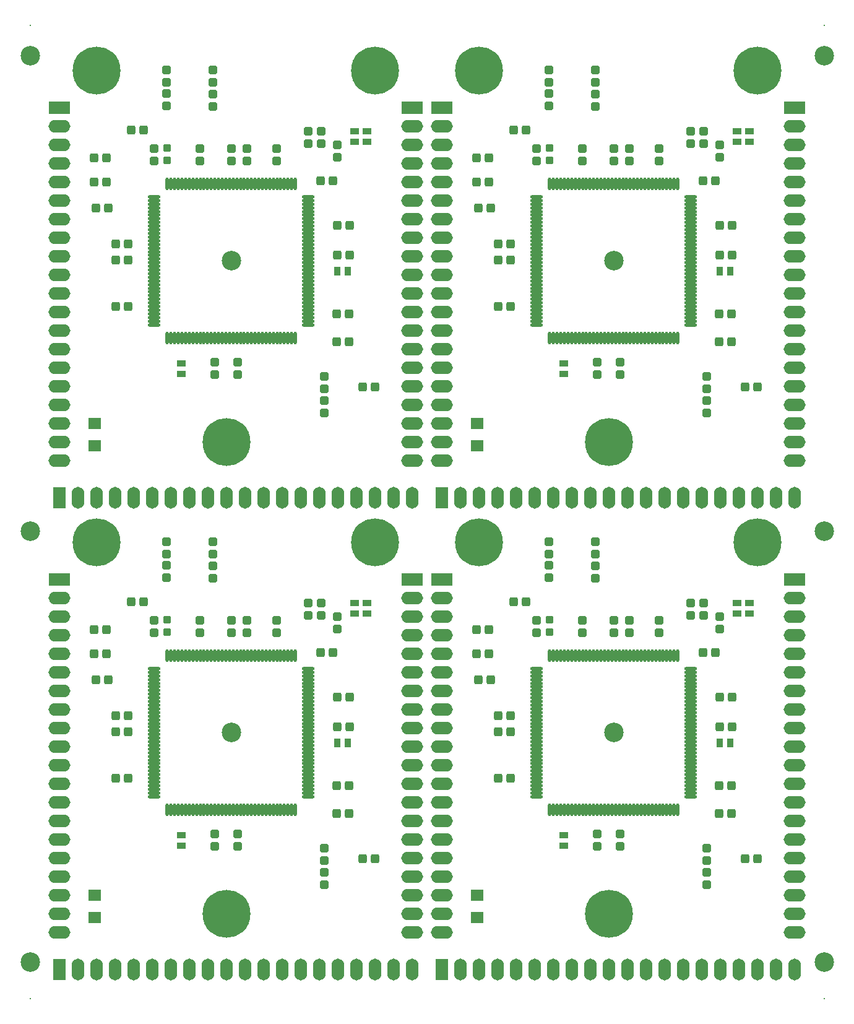
<source format=gts>
G04*
G04 #@! TF.GenerationSoftware,Altium Limited,Altium Designer,18.1.9 (240)*
G04*
G04 Layer_Color=8388736*
%FSLAX25Y25*%
%MOIN*%
G70*
G01*
G75*
%ADD47R,0.07087X0.06299*%
%ADD48C,0.10512*%
%ADD49R,0.04540X0.03753*%
%ADD50R,0.03753X0.04540*%
G04:AMPARAMS|DCode=51|XSize=47.37mil|YSize=43.43mil|CornerRadius=8.43mil|HoleSize=0mil|Usage=FLASHONLY|Rotation=270.000|XOffset=0mil|YOffset=0mil|HoleType=Round|Shape=RoundedRectangle|*
%AMROUNDEDRECTD51*
21,1,0.04737,0.02657,0,0,270.0*
21,1,0.03051,0.04343,0,0,270.0*
1,1,0.01686,-0.01329,-0.01526*
1,1,0.01686,-0.01329,0.01526*
1,1,0.01686,0.01329,0.01526*
1,1,0.01686,0.01329,-0.01526*
%
%ADD51ROUNDEDRECTD51*%
G04:AMPARAMS|DCode=52|XSize=39.5mil|YSize=39.5mil|CornerRadius=7.94mil|HoleSize=0mil|Usage=FLASHONLY|Rotation=270.000|XOffset=0mil|YOffset=0mil|HoleType=Round|Shape=RoundedRectangle|*
%AMROUNDEDRECTD52*
21,1,0.03950,0.02362,0,0,270.0*
21,1,0.02362,0.03950,0,0,270.0*
1,1,0.01587,-0.01181,-0.01181*
1,1,0.01587,-0.01181,0.01181*
1,1,0.01587,0.01181,0.01181*
1,1,0.01587,0.01181,-0.01181*
%
%ADD52ROUNDEDRECTD52*%
%ADD53R,0.03300X0.05800*%
G04:AMPARAMS|DCode=54|XSize=47.37mil|YSize=43.43mil|CornerRadius=8.43mil|HoleSize=0mil|Usage=FLASHONLY|Rotation=0.000|XOffset=0mil|YOffset=0mil|HoleType=Round|Shape=RoundedRectangle|*
%AMROUNDEDRECTD54*
21,1,0.04737,0.02657,0,0,0.0*
21,1,0.03051,0.04343,0,0,0.0*
1,1,0.01686,0.01526,-0.01329*
1,1,0.01686,-0.01526,-0.01329*
1,1,0.01686,-0.01526,0.01329*
1,1,0.01686,0.01526,0.01329*
%
%ADD54ROUNDEDRECTD54*%
%ADD55O,0.06902X0.01784*%
%ADD56O,0.01784X0.06902*%
%ADD57C,0.00800*%
%ADD58C,0.25800*%
%ADD59R,0.11800X0.06800*%
%ADD60O,0.11800X0.06800*%
%ADD61R,0.06800X0.11800*%
%ADD62O,0.06800X0.11800*%
D47*
X45937Y66937D02*
D03*
X45815Y54937D02*
D03*
X251937Y66937D02*
D03*
X251815Y54937D02*
D03*
X45937Y320937D02*
D03*
X45815Y308937D02*
D03*
X251937Y320937D02*
D03*
X251815Y308937D02*
D03*
D48*
X11063Y30748D02*
D03*
X438811D02*
D03*
Y263032D02*
D03*
X11063D02*
D03*
X438811Y518937D02*
D03*
X11063D02*
D03*
X119437Y154437D02*
D03*
X325437D02*
D03*
X119437Y408437D02*
D03*
X325437D02*
D03*
D49*
X92437Y99193D02*
D03*
Y93681D02*
D03*
X185937Y218681D02*
D03*
Y224193D02*
D03*
X192437Y218681D02*
D03*
Y224193D02*
D03*
X298437Y99193D02*
D03*
Y93681D02*
D03*
X391937Y218681D02*
D03*
Y224193D02*
D03*
X398437Y218681D02*
D03*
Y224193D02*
D03*
X92437Y353193D02*
D03*
Y347681D02*
D03*
X185937Y472681D02*
D03*
Y478193D02*
D03*
X192437Y472681D02*
D03*
Y478193D02*
D03*
X298437Y353193D02*
D03*
Y347681D02*
D03*
X391937Y472681D02*
D03*
Y478193D02*
D03*
X398437Y472681D02*
D03*
Y478193D02*
D03*
D50*
X176681Y148937D02*
D03*
X182193D02*
D03*
X382681D02*
D03*
X388193D02*
D03*
X176681Y402937D02*
D03*
X182193D02*
D03*
X382681D02*
D03*
X388193D02*
D03*
D51*
X65591Y224937D02*
D03*
X72284D02*
D03*
X45591Y209937D02*
D03*
X52284D02*
D03*
X45591Y196937D02*
D03*
X52284D02*
D03*
X167591Y197437D02*
D03*
X174284D02*
D03*
X176091Y110937D02*
D03*
X182783D02*
D03*
X46591Y182937D02*
D03*
X53284D02*
D03*
X196783Y86437D02*
D03*
X190091D02*
D03*
X183283Y173437D02*
D03*
X176591D02*
D03*
X57091Y163437D02*
D03*
X63784D02*
D03*
X57091Y154937D02*
D03*
X63784D02*
D03*
X57091Y129937D02*
D03*
X63784D02*
D03*
X182783Y125937D02*
D03*
X176091D02*
D03*
X183283Y157437D02*
D03*
X176591D02*
D03*
X271590Y224937D02*
D03*
X278284D02*
D03*
X251590Y209937D02*
D03*
X258283D02*
D03*
X251590Y196937D02*
D03*
X258283D02*
D03*
X373590Y197437D02*
D03*
X380283D02*
D03*
X382090Y110937D02*
D03*
X388784D02*
D03*
X252590Y182937D02*
D03*
X259283D02*
D03*
X402783Y86437D02*
D03*
X396091D02*
D03*
X389283Y173437D02*
D03*
X382591D02*
D03*
X263090Y163437D02*
D03*
X269783D02*
D03*
X263090Y154937D02*
D03*
X269783D02*
D03*
X263090Y129937D02*
D03*
X269783D02*
D03*
X388784Y125937D02*
D03*
X382091D02*
D03*
X389283Y157437D02*
D03*
X382591D02*
D03*
X65591Y478937D02*
D03*
X72284D02*
D03*
X45591Y463937D02*
D03*
X52284D02*
D03*
X45591Y450937D02*
D03*
X52284D02*
D03*
X167591Y451437D02*
D03*
X174284D02*
D03*
X176091Y364937D02*
D03*
X182783D02*
D03*
X46591Y436937D02*
D03*
X53284D02*
D03*
X196783Y340437D02*
D03*
X190091D02*
D03*
X183283Y427437D02*
D03*
X176591D02*
D03*
X57091Y417437D02*
D03*
X63784D02*
D03*
X57091Y408937D02*
D03*
X63784D02*
D03*
X57091Y383937D02*
D03*
X63784D02*
D03*
X182783Y379937D02*
D03*
X176091D02*
D03*
X183283Y411437D02*
D03*
X176591D02*
D03*
X271590Y478937D02*
D03*
X278284D02*
D03*
X251590Y463937D02*
D03*
X258283D02*
D03*
X251590Y450937D02*
D03*
X258283D02*
D03*
X373590Y451437D02*
D03*
X380283D02*
D03*
X382090Y364937D02*
D03*
X388784D02*
D03*
X252590Y436937D02*
D03*
X259283D02*
D03*
X402783Y340437D02*
D03*
X396091D02*
D03*
X389283Y427437D02*
D03*
X382591D02*
D03*
X263090Y417437D02*
D03*
X269783D02*
D03*
X263090Y408937D02*
D03*
X269783D02*
D03*
X263090Y383937D02*
D03*
X269783D02*
D03*
X388784Y379937D02*
D03*
X382091D02*
D03*
X389283Y411437D02*
D03*
X382591D02*
D03*
D52*
X84937Y208591D02*
D03*
Y215283D02*
D03*
X290937Y208591D02*
D03*
Y215283D02*
D03*
X84937Y462591D02*
D03*
Y469283D02*
D03*
X290937Y462591D02*
D03*
Y469283D02*
D03*
D53*
X47559Y66937D02*
D03*
X44315D02*
D03*
X47437Y54937D02*
D03*
X44194D02*
D03*
X253559Y66937D02*
D03*
X250315D02*
D03*
X253437Y54937D02*
D03*
X250194D02*
D03*
X47559Y320937D02*
D03*
X44315D02*
D03*
X47437Y308937D02*
D03*
X44194D02*
D03*
X253559Y320937D02*
D03*
X250315D02*
D03*
X253437Y308937D02*
D03*
X250194D02*
D03*
D54*
X109437Y250590D02*
D03*
Y257283D02*
D03*
X84437Y250590D02*
D03*
Y257283D02*
D03*
X109437Y237591D02*
D03*
Y244284D02*
D03*
X84437Y237744D02*
D03*
Y244437D02*
D03*
X169437Y92283D02*
D03*
Y85591D02*
D03*
Y79283D02*
D03*
Y72591D02*
D03*
X77937Y208090D02*
D03*
Y214784D02*
D03*
X176437Y216783D02*
D03*
Y210091D02*
D03*
X160937Y224284D02*
D03*
Y217591D02*
D03*
X167937Y224284D02*
D03*
Y217591D02*
D03*
X127937Y214784D02*
D03*
Y208091D02*
D03*
X122937Y93090D02*
D03*
Y99783D02*
D03*
X110437Y93090D02*
D03*
Y99783D02*
D03*
X143937Y214784D02*
D03*
Y208091D02*
D03*
X119437Y214784D02*
D03*
Y208091D02*
D03*
X102437Y214784D02*
D03*
Y208091D02*
D03*
X315437Y250590D02*
D03*
Y257283D02*
D03*
X290437Y250590D02*
D03*
Y257283D02*
D03*
X315437Y237591D02*
D03*
Y244284D02*
D03*
X290437Y237744D02*
D03*
Y244437D02*
D03*
X375437Y92283D02*
D03*
Y85591D02*
D03*
Y79283D02*
D03*
Y72591D02*
D03*
X283937Y208090D02*
D03*
Y214784D02*
D03*
X382437Y216783D02*
D03*
Y210091D02*
D03*
X366937Y224284D02*
D03*
Y217591D02*
D03*
X373937Y224284D02*
D03*
Y217591D02*
D03*
X333937Y214784D02*
D03*
Y208091D02*
D03*
X328937Y93090D02*
D03*
Y99783D02*
D03*
X316437Y93090D02*
D03*
Y99783D02*
D03*
X349937Y214784D02*
D03*
Y208091D02*
D03*
X325437Y214784D02*
D03*
Y208091D02*
D03*
X308437Y214784D02*
D03*
Y208091D02*
D03*
X109437Y504591D02*
D03*
Y511283D02*
D03*
X84437Y504591D02*
D03*
Y511283D02*
D03*
X109437Y491590D02*
D03*
Y498283D02*
D03*
X84437Y491744D02*
D03*
Y498437D02*
D03*
X169437Y346284D02*
D03*
Y339591D02*
D03*
Y333283D02*
D03*
Y326591D02*
D03*
X77937Y462090D02*
D03*
Y468784D02*
D03*
X176437Y470784D02*
D03*
Y464091D02*
D03*
X160937Y478284D02*
D03*
Y471591D02*
D03*
X167937Y478284D02*
D03*
Y471591D02*
D03*
X127937Y468784D02*
D03*
Y462091D02*
D03*
X122937Y347091D02*
D03*
Y353783D02*
D03*
X110437Y347091D02*
D03*
Y353783D02*
D03*
X143937Y468784D02*
D03*
Y462091D02*
D03*
X119437Y468784D02*
D03*
Y462091D02*
D03*
X102437Y468784D02*
D03*
Y462091D02*
D03*
X315437Y504591D02*
D03*
Y511283D02*
D03*
X290437Y504591D02*
D03*
Y511283D02*
D03*
X315437Y491590D02*
D03*
Y498283D02*
D03*
X290437Y491744D02*
D03*
Y498437D02*
D03*
X375437Y346284D02*
D03*
Y339591D02*
D03*
Y333283D02*
D03*
Y326591D02*
D03*
X283937Y462090D02*
D03*
Y468784D02*
D03*
X382437Y470784D02*
D03*
Y464091D02*
D03*
X366937Y478284D02*
D03*
Y471591D02*
D03*
X373937Y478284D02*
D03*
Y471591D02*
D03*
X333937Y468784D02*
D03*
Y462091D02*
D03*
X328937Y347091D02*
D03*
Y353783D02*
D03*
X316437Y347091D02*
D03*
Y353783D02*
D03*
X349937Y468784D02*
D03*
Y462091D02*
D03*
X325437Y468784D02*
D03*
Y462091D02*
D03*
X308437Y468784D02*
D03*
Y462091D02*
D03*
D55*
X160874Y119988D02*
D03*
Y121957D02*
D03*
Y123925D02*
D03*
Y125894D02*
D03*
Y127862D02*
D03*
Y129831D02*
D03*
Y131799D02*
D03*
Y133768D02*
D03*
Y135736D02*
D03*
Y137705D02*
D03*
Y139673D02*
D03*
Y141642D02*
D03*
Y143610D02*
D03*
Y145579D02*
D03*
Y147547D02*
D03*
Y149516D02*
D03*
Y151484D02*
D03*
Y153453D02*
D03*
Y155421D02*
D03*
Y157390D02*
D03*
Y159358D02*
D03*
Y161327D02*
D03*
Y163295D02*
D03*
Y165264D02*
D03*
Y167232D02*
D03*
Y169201D02*
D03*
Y171169D02*
D03*
Y173138D02*
D03*
Y175106D02*
D03*
Y177075D02*
D03*
Y179043D02*
D03*
Y181012D02*
D03*
Y182980D02*
D03*
Y184949D02*
D03*
Y186917D02*
D03*
Y188886D02*
D03*
X78000D02*
D03*
Y186917D02*
D03*
Y184949D02*
D03*
Y182980D02*
D03*
Y181012D02*
D03*
Y179043D02*
D03*
Y177075D02*
D03*
Y175106D02*
D03*
Y173138D02*
D03*
Y171169D02*
D03*
Y169201D02*
D03*
Y167232D02*
D03*
Y165264D02*
D03*
Y163295D02*
D03*
Y161327D02*
D03*
Y159358D02*
D03*
Y157390D02*
D03*
Y155421D02*
D03*
Y153453D02*
D03*
Y151484D02*
D03*
Y149516D02*
D03*
Y147547D02*
D03*
Y145579D02*
D03*
Y143610D02*
D03*
Y141642D02*
D03*
Y139673D02*
D03*
Y137705D02*
D03*
Y135736D02*
D03*
Y133768D02*
D03*
Y131799D02*
D03*
Y129831D02*
D03*
Y127862D02*
D03*
Y125894D02*
D03*
Y123925D02*
D03*
Y121957D02*
D03*
Y119988D02*
D03*
X366874D02*
D03*
Y121957D02*
D03*
Y123925D02*
D03*
Y125894D02*
D03*
Y127862D02*
D03*
Y129831D02*
D03*
Y131799D02*
D03*
Y133768D02*
D03*
Y135736D02*
D03*
Y137705D02*
D03*
Y139673D02*
D03*
Y141642D02*
D03*
Y143610D02*
D03*
Y145579D02*
D03*
Y147547D02*
D03*
Y149516D02*
D03*
Y151484D02*
D03*
Y153453D02*
D03*
Y155421D02*
D03*
Y157390D02*
D03*
Y159358D02*
D03*
Y161327D02*
D03*
Y163295D02*
D03*
Y165264D02*
D03*
Y167232D02*
D03*
Y169201D02*
D03*
Y171169D02*
D03*
Y173138D02*
D03*
Y175106D02*
D03*
Y177075D02*
D03*
Y179043D02*
D03*
Y181012D02*
D03*
Y182980D02*
D03*
Y184949D02*
D03*
Y186917D02*
D03*
Y188886D02*
D03*
X284000D02*
D03*
Y186917D02*
D03*
Y184949D02*
D03*
Y182980D02*
D03*
Y181012D02*
D03*
Y179043D02*
D03*
Y177075D02*
D03*
Y175106D02*
D03*
Y173138D02*
D03*
Y171169D02*
D03*
Y169201D02*
D03*
Y167232D02*
D03*
Y165264D02*
D03*
Y163295D02*
D03*
Y161327D02*
D03*
Y159358D02*
D03*
Y157390D02*
D03*
Y155421D02*
D03*
Y153453D02*
D03*
Y151484D02*
D03*
Y149516D02*
D03*
Y147547D02*
D03*
Y145579D02*
D03*
Y143610D02*
D03*
Y141642D02*
D03*
Y139673D02*
D03*
Y137705D02*
D03*
Y135736D02*
D03*
Y133768D02*
D03*
Y131799D02*
D03*
Y129831D02*
D03*
Y127862D02*
D03*
Y125894D02*
D03*
Y123925D02*
D03*
Y121957D02*
D03*
Y119988D02*
D03*
X160874Y373988D02*
D03*
Y375957D02*
D03*
Y377925D02*
D03*
Y379894D02*
D03*
Y381862D02*
D03*
Y383831D02*
D03*
Y385799D02*
D03*
Y387768D02*
D03*
Y389736D02*
D03*
Y391705D02*
D03*
Y393673D02*
D03*
Y395642D02*
D03*
Y397610D02*
D03*
Y399579D02*
D03*
Y401547D02*
D03*
Y403516D02*
D03*
Y405484D02*
D03*
Y407453D02*
D03*
Y409421D02*
D03*
Y411390D02*
D03*
Y413358D02*
D03*
Y415327D02*
D03*
Y417295D02*
D03*
Y419264D02*
D03*
Y421232D02*
D03*
Y423201D02*
D03*
Y425169D02*
D03*
Y427138D02*
D03*
Y429106D02*
D03*
Y431075D02*
D03*
Y433043D02*
D03*
Y435012D02*
D03*
Y436980D02*
D03*
Y438949D02*
D03*
Y440917D02*
D03*
Y442886D02*
D03*
X78000D02*
D03*
Y440917D02*
D03*
Y438949D02*
D03*
Y436980D02*
D03*
Y435012D02*
D03*
Y433043D02*
D03*
Y431075D02*
D03*
Y429106D02*
D03*
Y427138D02*
D03*
Y425169D02*
D03*
Y423201D02*
D03*
Y421232D02*
D03*
Y419264D02*
D03*
Y417295D02*
D03*
Y415327D02*
D03*
Y413358D02*
D03*
Y411390D02*
D03*
Y409421D02*
D03*
Y407453D02*
D03*
Y405484D02*
D03*
Y403516D02*
D03*
Y401547D02*
D03*
Y399579D02*
D03*
Y397610D02*
D03*
Y395642D02*
D03*
Y393673D02*
D03*
Y391705D02*
D03*
Y389736D02*
D03*
Y387768D02*
D03*
Y385799D02*
D03*
Y383831D02*
D03*
Y381862D02*
D03*
Y379894D02*
D03*
Y377925D02*
D03*
Y375957D02*
D03*
Y373988D02*
D03*
X366874D02*
D03*
Y375957D02*
D03*
Y377925D02*
D03*
Y379894D02*
D03*
Y381862D02*
D03*
Y383831D02*
D03*
Y385799D02*
D03*
Y387768D02*
D03*
Y389736D02*
D03*
Y391705D02*
D03*
Y393673D02*
D03*
Y395642D02*
D03*
Y397610D02*
D03*
Y399579D02*
D03*
Y401547D02*
D03*
Y403516D02*
D03*
Y405484D02*
D03*
Y407453D02*
D03*
Y409421D02*
D03*
Y411390D02*
D03*
Y413358D02*
D03*
Y415327D02*
D03*
Y417295D02*
D03*
Y419264D02*
D03*
Y421232D02*
D03*
Y423201D02*
D03*
Y425169D02*
D03*
Y427138D02*
D03*
Y429106D02*
D03*
Y431075D02*
D03*
Y433043D02*
D03*
Y435012D02*
D03*
Y436980D02*
D03*
Y438949D02*
D03*
Y440917D02*
D03*
Y442886D02*
D03*
X284000D02*
D03*
Y440917D02*
D03*
Y438949D02*
D03*
Y436980D02*
D03*
Y435012D02*
D03*
Y433043D02*
D03*
Y431075D02*
D03*
Y429106D02*
D03*
Y427138D02*
D03*
Y425169D02*
D03*
Y423201D02*
D03*
Y421232D02*
D03*
Y419264D02*
D03*
Y417295D02*
D03*
Y415327D02*
D03*
Y413358D02*
D03*
Y411390D02*
D03*
Y409421D02*
D03*
Y407453D02*
D03*
Y405484D02*
D03*
Y403516D02*
D03*
Y401547D02*
D03*
Y399579D02*
D03*
Y397610D02*
D03*
Y395642D02*
D03*
Y393673D02*
D03*
Y391705D02*
D03*
Y389736D02*
D03*
Y387768D02*
D03*
Y385799D02*
D03*
Y383831D02*
D03*
Y381862D02*
D03*
Y379894D02*
D03*
Y377925D02*
D03*
Y375957D02*
D03*
Y373988D02*
D03*
D56*
X153886Y195874D02*
D03*
X151917D02*
D03*
X149949D02*
D03*
X147980D02*
D03*
X146012D02*
D03*
X144043D02*
D03*
X142075D02*
D03*
X140106D02*
D03*
X138138D02*
D03*
X136169D02*
D03*
X134201D02*
D03*
X132232D02*
D03*
X130264D02*
D03*
X128295D02*
D03*
X126327D02*
D03*
X124358D02*
D03*
X122390D02*
D03*
X120421D02*
D03*
X118453D02*
D03*
X116484D02*
D03*
X114516D02*
D03*
X112547D02*
D03*
X110579D02*
D03*
X108610D02*
D03*
X106642D02*
D03*
X104673D02*
D03*
X102705D02*
D03*
X100736D02*
D03*
X98768D02*
D03*
X96799D02*
D03*
X94831D02*
D03*
X92862D02*
D03*
X90894D02*
D03*
X88925D02*
D03*
X86957D02*
D03*
X84988D02*
D03*
Y113000D02*
D03*
X86957D02*
D03*
X88925D02*
D03*
X90894D02*
D03*
X92862D02*
D03*
X94831D02*
D03*
X96799D02*
D03*
X98768D02*
D03*
X100736D02*
D03*
X102705D02*
D03*
X104673D02*
D03*
X106642D02*
D03*
X108610D02*
D03*
X110579D02*
D03*
X112547D02*
D03*
X114516D02*
D03*
X116484D02*
D03*
X118453D02*
D03*
X120421D02*
D03*
X122390D02*
D03*
X124358D02*
D03*
X126327D02*
D03*
X128295D02*
D03*
X130264D02*
D03*
X132232D02*
D03*
X134201D02*
D03*
X136169D02*
D03*
X138138D02*
D03*
X140106D02*
D03*
X142075D02*
D03*
X144043D02*
D03*
X146012D02*
D03*
X147980D02*
D03*
X149949D02*
D03*
X151917D02*
D03*
X153886D02*
D03*
X359886Y195874D02*
D03*
X357917D02*
D03*
X355949D02*
D03*
X353980D02*
D03*
X352012D02*
D03*
X350043D02*
D03*
X348075D02*
D03*
X346106D02*
D03*
X344138D02*
D03*
X342169D02*
D03*
X340201D02*
D03*
X338232D02*
D03*
X336264D02*
D03*
X334295D02*
D03*
X332327D02*
D03*
X330358D02*
D03*
X328390D02*
D03*
X326421D02*
D03*
X324453D02*
D03*
X322484D02*
D03*
X320516D02*
D03*
X318547D02*
D03*
X316579D02*
D03*
X314610D02*
D03*
X312642D02*
D03*
X310673D02*
D03*
X308705D02*
D03*
X306736D02*
D03*
X304768D02*
D03*
X302799D02*
D03*
X300831D02*
D03*
X298862D02*
D03*
X296894D02*
D03*
X294925D02*
D03*
X292957D02*
D03*
X290988D02*
D03*
Y113000D02*
D03*
X292957D02*
D03*
X294925D02*
D03*
X296894D02*
D03*
X298862D02*
D03*
X300831D02*
D03*
X302799D02*
D03*
X304768D02*
D03*
X306736D02*
D03*
X308705D02*
D03*
X310673D02*
D03*
X312642D02*
D03*
X314610D02*
D03*
X316579D02*
D03*
X318547D02*
D03*
X320516D02*
D03*
X322484D02*
D03*
X324453D02*
D03*
X326421D02*
D03*
X328390D02*
D03*
X330358D02*
D03*
X332327D02*
D03*
X334295D02*
D03*
X336264D02*
D03*
X338232D02*
D03*
X340201D02*
D03*
X342169D02*
D03*
X344138D02*
D03*
X346106D02*
D03*
X348075D02*
D03*
X350043D02*
D03*
X352012D02*
D03*
X353980D02*
D03*
X355949D02*
D03*
X357917D02*
D03*
X359886D02*
D03*
X153886Y449874D02*
D03*
X151917D02*
D03*
X149949D02*
D03*
X147980D02*
D03*
X146012D02*
D03*
X144043D02*
D03*
X142075D02*
D03*
X140106D02*
D03*
X138138D02*
D03*
X136169D02*
D03*
X134201D02*
D03*
X132232D02*
D03*
X130264D02*
D03*
X128295D02*
D03*
X126327D02*
D03*
X124358D02*
D03*
X122390D02*
D03*
X120421D02*
D03*
X118453D02*
D03*
X116484D02*
D03*
X114516D02*
D03*
X112547D02*
D03*
X110579D02*
D03*
X108610D02*
D03*
X106642D02*
D03*
X104673D02*
D03*
X102705D02*
D03*
X100736D02*
D03*
X98768D02*
D03*
X96799D02*
D03*
X94831D02*
D03*
X92862D02*
D03*
X90894D02*
D03*
X88925D02*
D03*
X86957D02*
D03*
X84988D02*
D03*
Y367000D02*
D03*
X86957D02*
D03*
X88925D02*
D03*
X90894D02*
D03*
X92862D02*
D03*
X94831D02*
D03*
X96799D02*
D03*
X98768D02*
D03*
X100736D02*
D03*
X102705D02*
D03*
X104673D02*
D03*
X106642D02*
D03*
X108610D02*
D03*
X110579D02*
D03*
X112547D02*
D03*
X114516D02*
D03*
X116484D02*
D03*
X118453D02*
D03*
X120421D02*
D03*
X122390D02*
D03*
X124358D02*
D03*
X126327D02*
D03*
X128295D02*
D03*
X130264D02*
D03*
X132232D02*
D03*
X134201D02*
D03*
X136169D02*
D03*
X138138D02*
D03*
X140106D02*
D03*
X142075D02*
D03*
X144043D02*
D03*
X146012D02*
D03*
X147980D02*
D03*
X149949D02*
D03*
X151917D02*
D03*
X153886D02*
D03*
X359886Y449874D02*
D03*
X357917D02*
D03*
X355949D02*
D03*
X353980D02*
D03*
X352012D02*
D03*
X350043D02*
D03*
X348075D02*
D03*
X346106D02*
D03*
X344138D02*
D03*
X342169D02*
D03*
X340201D02*
D03*
X338232D02*
D03*
X336264D02*
D03*
X334295D02*
D03*
X332327D02*
D03*
X330358D02*
D03*
X328390D02*
D03*
X326421D02*
D03*
X324453D02*
D03*
X322484D02*
D03*
X320516D02*
D03*
X318547D02*
D03*
X316579D02*
D03*
X314610D02*
D03*
X312642D02*
D03*
X310673D02*
D03*
X308705D02*
D03*
X306736D02*
D03*
X304768D02*
D03*
X302799D02*
D03*
X300831D02*
D03*
X298862D02*
D03*
X296894D02*
D03*
X294925D02*
D03*
X292957D02*
D03*
X290988D02*
D03*
Y367000D02*
D03*
X292957D02*
D03*
X294925D02*
D03*
X296894D02*
D03*
X298862D02*
D03*
X300831D02*
D03*
X302799D02*
D03*
X304768D02*
D03*
X306736D02*
D03*
X308705D02*
D03*
X310673D02*
D03*
X312642D02*
D03*
X314610D02*
D03*
X316579D02*
D03*
X318547D02*
D03*
X320516D02*
D03*
X322484D02*
D03*
X324453D02*
D03*
X326421D02*
D03*
X328390D02*
D03*
X330358D02*
D03*
X332327D02*
D03*
X334295D02*
D03*
X336264D02*
D03*
X338232D02*
D03*
X340201D02*
D03*
X342169D02*
D03*
X344138D02*
D03*
X346106D02*
D03*
X348075D02*
D03*
X350043D02*
D03*
X352012D02*
D03*
X353980D02*
D03*
X355949D02*
D03*
X357917D02*
D03*
X359886D02*
D03*
D57*
X438811Y535311D02*
D03*
Y11063D02*
D03*
X11063D02*
D03*
X11063Y535311D02*
D03*
D58*
X116937Y56937D02*
D03*
X46937Y256937D02*
D03*
X196937D02*
D03*
X322937Y56937D02*
D03*
X252937Y256937D02*
D03*
X402937D02*
D03*
X116937Y310937D02*
D03*
X46937Y510937D02*
D03*
X196937D02*
D03*
X322937Y310937D02*
D03*
X252937Y510937D02*
D03*
X402937D02*
D03*
D59*
X26937Y236937D02*
D03*
X216937D02*
D03*
X232937D02*
D03*
X422937D02*
D03*
X26937Y490937D02*
D03*
X216937D02*
D03*
X232937D02*
D03*
X422937D02*
D03*
D60*
X26937Y226937D02*
D03*
Y216937D02*
D03*
Y206937D02*
D03*
Y196937D02*
D03*
Y186937D02*
D03*
Y176937D02*
D03*
Y166937D02*
D03*
Y156937D02*
D03*
Y146937D02*
D03*
Y136937D02*
D03*
Y126937D02*
D03*
Y116937D02*
D03*
Y106937D02*
D03*
Y96937D02*
D03*
Y86937D02*
D03*
Y76937D02*
D03*
Y66937D02*
D03*
Y56937D02*
D03*
Y46937D02*
D03*
X216937Y226937D02*
D03*
Y216937D02*
D03*
Y206937D02*
D03*
Y196937D02*
D03*
Y186937D02*
D03*
Y176937D02*
D03*
Y166937D02*
D03*
Y156937D02*
D03*
Y146937D02*
D03*
Y136937D02*
D03*
Y126937D02*
D03*
Y116937D02*
D03*
Y106937D02*
D03*
Y96937D02*
D03*
Y86937D02*
D03*
Y76937D02*
D03*
Y66937D02*
D03*
Y56937D02*
D03*
Y46937D02*
D03*
X232937Y226937D02*
D03*
Y216937D02*
D03*
Y206937D02*
D03*
Y196937D02*
D03*
Y186937D02*
D03*
Y176937D02*
D03*
Y166937D02*
D03*
Y156937D02*
D03*
Y146937D02*
D03*
Y136937D02*
D03*
Y126937D02*
D03*
Y116937D02*
D03*
Y106937D02*
D03*
Y96937D02*
D03*
Y86937D02*
D03*
Y76937D02*
D03*
Y66937D02*
D03*
Y56937D02*
D03*
Y46937D02*
D03*
X422937Y226937D02*
D03*
Y216937D02*
D03*
Y206937D02*
D03*
Y196937D02*
D03*
Y186937D02*
D03*
Y176937D02*
D03*
Y166937D02*
D03*
Y156937D02*
D03*
Y146937D02*
D03*
Y136937D02*
D03*
Y126937D02*
D03*
Y116937D02*
D03*
Y106937D02*
D03*
Y96937D02*
D03*
Y86937D02*
D03*
Y76937D02*
D03*
Y66937D02*
D03*
Y56937D02*
D03*
Y46937D02*
D03*
X26937Y480937D02*
D03*
Y470937D02*
D03*
Y460937D02*
D03*
Y450937D02*
D03*
Y440937D02*
D03*
Y430937D02*
D03*
Y420937D02*
D03*
Y410937D02*
D03*
Y400937D02*
D03*
Y390937D02*
D03*
Y380937D02*
D03*
Y370937D02*
D03*
Y360937D02*
D03*
Y350937D02*
D03*
Y340937D02*
D03*
Y330937D02*
D03*
Y320937D02*
D03*
Y310937D02*
D03*
Y300937D02*
D03*
X216937Y480937D02*
D03*
Y470937D02*
D03*
Y460937D02*
D03*
Y450937D02*
D03*
Y440937D02*
D03*
Y430937D02*
D03*
Y420937D02*
D03*
Y410937D02*
D03*
Y400937D02*
D03*
Y390937D02*
D03*
Y380937D02*
D03*
Y370937D02*
D03*
Y360937D02*
D03*
Y350937D02*
D03*
Y340937D02*
D03*
Y330937D02*
D03*
Y320937D02*
D03*
Y310937D02*
D03*
Y300937D02*
D03*
X232937Y480937D02*
D03*
Y470937D02*
D03*
Y460937D02*
D03*
Y450937D02*
D03*
Y440937D02*
D03*
Y430937D02*
D03*
Y420937D02*
D03*
Y410937D02*
D03*
Y400937D02*
D03*
Y390937D02*
D03*
Y380937D02*
D03*
Y370937D02*
D03*
Y360937D02*
D03*
Y350937D02*
D03*
Y340937D02*
D03*
Y330937D02*
D03*
Y320937D02*
D03*
Y310937D02*
D03*
Y300937D02*
D03*
X422937Y480937D02*
D03*
Y470937D02*
D03*
Y460937D02*
D03*
Y450937D02*
D03*
Y440937D02*
D03*
Y430937D02*
D03*
Y420937D02*
D03*
Y410937D02*
D03*
Y400937D02*
D03*
Y390937D02*
D03*
Y380937D02*
D03*
Y370937D02*
D03*
Y360937D02*
D03*
Y350937D02*
D03*
Y340937D02*
D03*
Y330937D02*
D03*
Y320937D02*
D03*
Y310937D02*
D03*
Y300937D02*
D03*
D61*
X26937Y26937D02*
D03*
X232937D02*
D03*
X26937Y280937D02*
D03*
X232937D02*
D03*
D62*
X36937Y26937D02*
D03*
X46937D02*
D03*
X56937D02*
D03*
X66937D02*
D03*
X76937D02*
D03*
X86937D02*
D03*
X96937D02*
D03*
X106937D02*
D03*
X116937D02*
D03*
X126937D02*
D03*
X136937D02*
D03*
X146937D02*
D03*
X156937D02*
D03*
X166937D02*
D03*
X176937D02*
D03*
X186937D02*
D03*
X196937D02*
D03*
X206937D02*
D03*
X216937D02*
D03*
X242937D02*
D03*
X252937D02*
D03*
X262937D02*
D03*
X272937D02*
D03*
X282937D02*
D03*
X292937D02*
D03*
X302937D02*
D03*
X312937D02*
D03*
X322937D02*
D03*
X332937D02*
D03*
X342937D02*
D03*
X352937D02*
D03*
X362937D02*
D03*
X372937D02*
D03*
X382937D02*
D03*
X392937D02*
D03*
X402937D02*
D03*
X412937D02*
D03*
X422937D02*
D03*
X36937Y280937D02*
D03*
X46937D02*
D03*
X56937D02*
D03*
X66937D02*
D03*
X76937D02*
D03*
X86937D02*
D03*
X96937D02*
D03*
X106937D02*
D03*
X116937D02*
D03*
X126937D02*
D03*
X136937D02*
D03*
X146937D02*
D03*
X156937D02*
D03*
X166937D02*
D03*
X176937D02*
D03*
X186937D02*
D03*
X196937D02*
D03*
X206937D02*
D03*
X216937D02*
D03*
X242937D02*
D03*
X252937D02*
D03*
X262937D02*
D03*
X272937D02*
D03*
X282937D02*
D03*
X292937D02*
D03*
X302937D02*
D03*
X312937D02*
D03*
X322937D02*
D03*
X332937D02*
D03*
X342937D02*
D03*
X352937D02*
D03*
X362937D02*
D03*
X372937D02*
D03*
X382937D02*
D03*
X392937D02*
D03*
X402937D02*
D03*
X412937D02*
D03*
X422937D02*
D03*
M02*

</source>
